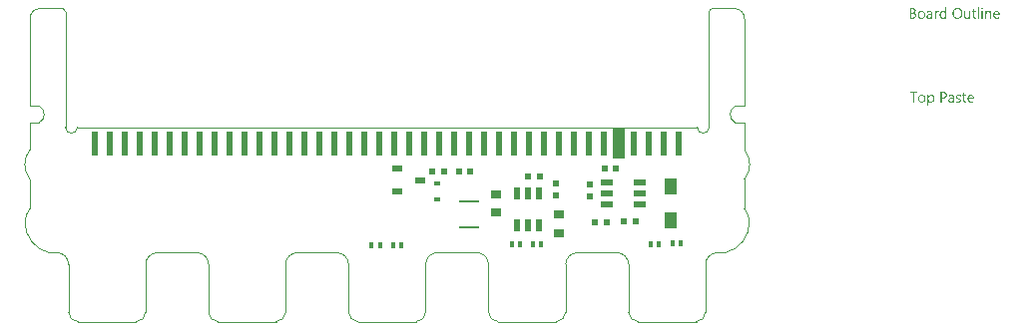
<source format=gtp>
G04*
G04 #@! TF.GenerationSoftware,Altium Limited,Altium Designer,21.9.2 (33)*
G04*
G04 Layer_Color=8421504*
%FSAX25Y25*%
%MOIN*%
G70*
G04*
G04 #@! TF.SameCoordinates,2EB92662-9E55-42C7-936B-B314CFDC8511*
G04*
G04*
G04 #@! TF.FilePolarity,Positive*
G04*
G01*
G75*
%ADD12C,0.00394*%
%ADD13R,0.04331X0.05315*%
%ADD14R,0.01280X0.02461*%
%ADD15R,0.02362X0.03937*%
%ADD16R,0.03937X0.02362*%
%ADD17R,0.01937X0.07843*%
%ADD18R,0.03937X0.09843*%
%ADD19R,0.01968X0.02165*%
%ADD20R,0.01968X0.02165*%
%ADD21R,0.03543X0.02362*%
%ADD22R,0.02362X0.01575*%
%ADD23R,0.02165X0.01968*%
%ADD24R,0.06661X0.01150*%
%ADD25R,0.03543X0.03150*%
G36*
X0073390Y0108274D02*
X0073414D01*
X0073470Y0108250D01*
X0073501Y0108231D01*
X0073532Y0108206D01*
X0073538Y0108200D01*
X0073545Y0108194D01*
X0073576Y0108157D01*
X0073600Y0108095D01*
X0073606Y0108058D01*
X0073613Y0108021D01*
Y0108015D01*
Y0108002D01*
X0073606Y0107984D01*
X0073600Y0107959D01*
X0073582Y0107897D01*
X0073557Y0107866D01*
X0073532Y0107835D01*
X0073526D01*
X0073520Y0107823D01*
X0073483Y0107798D01*
X0073427Y0107773D01*
X0073390Y0107767D01*
X0073353Y0107761D01*
X0073334D01*
X0073316Y0107767D01*
X0073291D01*
X0073229Y0107792D01*
X0073198Y0107804D01*
X0073167Y0107829D01*
Y0107835D01*
X0073154Y0107841D01*
X0073142Y0107860D01*
X0073130Y0107878D01*
X0073105Y0107940D01*
X0073099Y0107977D01*
X0073093Y0108021D01*
Y0108027D01*
Y0108039D01*
X0073099Y0108058D01*
X0073105Y0108089D01*
X0073124Y0108144D01*
X0073142Y0108176D01*
X0073167Y0108206D01*
X0073173Y0108213D01*
X0073179Y0108219D01*
X0073216Y0108244D01*
X0073278Y0108268D01*
X0073316Y0108281D01*
X0073371D01*
X0073390Y0108274D01*
D02*
G37*
G36*
X0061400Y0104610D02*
X0060997D01*
Y0105031D01*
X0060985D01*
Y0105025D01*
X0060973Y0105012D01*
X0060954Y0104988D01*
X0060935Y0104957D01*
X0060905Y0104920D01*
X0060867Y0104882D01*
X0060824Y0104839D01*
X0060774Y0104796D01*
X0060719Y0104746D01*
X0060651Y0104703D01*
X0060583Y0104666D01*
X0060502Y0104629D01*
X0060422Y0104598D01*
X0060329Y0104573D01*
X0060230Y0104560D01*
X0060125Y0104554D01*
X0060081D01*
X0060044Y0104560D01*
X0060007Y0104567D01*
X0059957Y0104573D01*
X0059852Y0104598D01*
X0059728Y0104635D01*
X0059605Y0104697D01*
X0059536Y0104734D01*
X0059481Y0104777D01*
X0059419Y0104833D01*
X0059363Y0104889D01*
Y0104895D01*
X0059351Y0104907D01*
X0059338Y0104926D01*
X0059320Y0104950D01*
X0059301Y0104981D01*
X0059277Y0105025D01*
X0059252Y0105074D01*
X0059227Y0105130D01*
X0059196Y0105192D01*
X0059171Y0105260D01*
X0059147Y0105334D01*
X0059128Y0105415D01*
X0059109Y0105501D01*
X0059097Y0105600D01*
X0059091Y0105700D01*
X0059085Y0105805D01*
Y0105811D01*
Y0105830D01*
Y0105867D01*
X0059091Y0105910D01*
X0059097Y0105959D01*
X0059103Y0106021D01*
X0059109Y0106089D01*
X0059122Y0106164D01*
X0059159Y0106325D01*
X0059215Y0106492D01*
X0059252Y0106572D01*
X0059295Y0106653D01*
X0059338Y0106727D01*
X0059394Y0106801D01*
X0059400Y0106807D01*
X0059407Y0106820D01*
X0059425Y0106838D01*
X0059450Y0106863D01*
X0059481Y0106888D01*
X0059524Y0106919D01*
X0059567Y0106956D01*
X0059617Y0106993D01*
X0059741Y0107061D01*
X0059883Y0107123D01*
X0059964Y0107142D01*
X0060050Y0107160D01*
X0060137Y0107173D01*
X0060236Y0107179D01*
X0060286D01*
X0060323Y0107173D01*
X0060360Y0107167D01*
X0060409Y0107160D01*
X0060521Y0107129D01*
X0060645Y0107080D01*
X0060706Y0107049D01*
X0060768Y0107006D01*
X0060830Y0106962D01*
X0060886Y0106906D01*
X0060935Y0106845D01*
X0060985Y0106770D01*
X0060997D01*
Y0108330D01*
X0061400D01*
Y0104610D01*
D02*
G37*
G36*
X0075668Y0107173D02*
X0075742Y0107167D01*
X0075835Y0107148D01*
X0075934Y0107117D01*
X0076039Y0107068D01*
X0076144Y0106999D01*
X0076188Y0106962D01*
X0076231Y0106913D01*
X0076243Y0106900D01*
X0076268Y0106863D01*
X0076299Y0106801D01*
X0076342Y0106715D01*
X0076380Y0106609D01*
X0076417Y0106479D01*
X0076441Y0106325D01*
X0076448Y0106145D01*
Y0104610D01*
X0076045D01*
Y0106040D01*
Y0106046D01*
Y0106077D01*
X0076039Y0106114D01*
Y0106164D01*
X0076027Y0106226D01*
X0076014Y0106294D01*
X0075996Y0106368D01*
X0075971Y0106442D01*
X0075940Y0106517D01*
X0075903Y0106585D01*
X0075853Y0106653D01*
X0075798Y0106715D01*
X0075736Y0106764D01*
X0075655Y0106801D01*
X0075569Y0106832D01*
X0075463Y0106838D01*
X0075451D01*
X0075414Y0106832D01*
X0075358Y0106826D01*
X0075290Y0106807D01*
X0075210Y0106783D01*
X0075123Y0106739D01*
X0075042Y0106684D01*
X0074962Y0106609D01*
X0074956Y0106597D01*
X0074931Y0106572D01*
X0074900Y0106523D01*
X0074863Y0106455D01*
X0074826Y0106374D01*
X0074795Y0106275D01*
X0074770Y0106164D01*
X0074764Y0106040D01*
Y0104610D01*
X0074362D01*
Y0107123D01*
X0074764D01*
Y0106702D01*
X0074776D01*
X0074783Y0106708D01*
X0074789Y0106721D01*
X0074807Y0106746D01*
X0074832Y0106776D01*
X0074857Y0106814D01*
X0074894Y0106851D01*
X0074937Y0106894D01*
X0074987Y0106944D01*
X0075042Y0106987D01*
X0075104Y0107030D01*
X0075173Y0107068D01*
X0075247Y0107105D01*
X0075321Y0107136D01*
X0075408Y0107160D01*
X0075501Y0107173D01*
X0075600Y0107179D01*
X0075637D01*
X0075668Y0107173D01*
D02*
G37*
G36*
X0058670Y0107160D02*
X0058744Y0107154D01*
X0058788Y0107142D01*
X0058819Y0107129D01*
Y0106715D01*
X0058812Y0106721D01*
X0058800Y0106727D01*
X0058775Y0106739D01*
X0058744Y0106758D01*
X0058701Y0106770D01*
X0058645Y0106783D01*
X0058583Y0106789D01*
X0058515Y0106795D01*
X0058503D01*
X0058472Y0106789D01*
X0058422Y0106783D01*
X0058367Y0106764D01*
X0058292Y0106733D01*
X0058224Y0106690D01*
X0058150Y0106628D01*
X0058082Y0106547D01*
X0058076Y0106535D01*
X0058057Y0106504D01*
X0058026Y0106448D01*
X0057995Y0106374D01*
X0057964Y0106281D01*
X0057933Y0106164D01*
X0057915Y0106034D01*
X0057909Y0105885D01*
Y0104610D01*
X0057506D01*
Y0107123D01*
X0057909D01*
Y0106603D01*
X0057921D01*
Y0106609D01*
X0057927Y0106616D01*
X0057939Y0106647D01*
X0057958Y0106696D01*
X0057989Y0106758D01*
X0058020Y0106820D01*
X0058069Y0106888D01*
X0058119Y0106956D01*
X0058181Y0107018D01*
X0058187Y0107024D01*
X0058212Y0107043D01*
X0058249Y0107068D01*
X0058298Y0107092D01*
X0058354Y0107117D01*
X0058422Y0107142D01*
X0058497Y0107160D01*
X0058577Y0107167D01*
X0058633D01*
X0058670Y0107160D01*
D02*
G37*
G36*
X0069410Y0104610D02*
X0069007D01*
Y0105006D01*
X0068995D01*
Y0105000D01*
X0068982Y0104988D01*
X0068970Y0104963D01*
X0068945Y0104938D01*
X0068890Y0104864D01*
X0068803Y0104783D01*
X0068753Y0104740D01*
X0068698Y0104697D01*
X0068636Y0104660D01*
X0068562Y0104622D01*
X0068487Y0104598D01*
X0068407Y0104573D01*
X0068314Y0104560D01*
X0068221Y0104554D01*
X0068184D01*
X0068141Y0104560D01*
X0068079Y0104573D01*
X0068011Y0104585D01*
X0067936Y0104610D01*
X0067856Y0104641D01*
X0067775Y0104691D01*
X0067689Y0104746D01*
X0067608Y0104814D01*
X0067534Y0104901D01*
X0067466Y0105006D01*
X0067404Y0105124D01*
X0067361Y0105266D01*
X0067336Y0105433D01*
X0067324Y0105520D01*
Y0105619D01*
Y0107123D01*
X0067720D01*
Y0105681D01*
Y0105675D01*
Y0105650D01*
X0067726Y0105607D01*
X0067732Y0105557D01*
X0067738Y0105495D01*
X0067751Y0105433D01*
X0067769Y0105359D01*
X0067794Y0105285D01*
X0067831Y0105210D01*
X0067868Y0105142D01*
X0067918Y0105074D01*
X0067980Y0105012D01*
X0068048Y0104963D01*
X0068128Y0104926D01*
X0068227Y0104895D01*
X0068332Y0104889D01*
X0068345D01*
X0068382Y0104895D01*
X0068438Y0104901D01*
X0068500Y0104913D01*
X0068580Y0104944D01*
X0068661Y0104981D01*
X0068741Y0105031D01*
X0068815Y0105105D01*
X0068822Y0105118D01*
X0068846Y0105142D01*
X0068877Y0105192D01*
X0068914Y0105260D01*
X0068945Y0105341D01*
X0068976Y0105439D01*
X0069001Y0105551D01*
X0069007Y0105675D01*
Y0107123D01*
X0069410D01*
Y0104610D01*
D02*
G37*
G36*
X0073545D02*
X0073142D01*
Y0107123D01*
X0073545D01*
Y0104610D01*
D02*
G37*
G36*
X0072325D02*
X0071923D01*
Y0108330D01*
X0072325D01*
Y0104610D01*
D02*
G37*
G36*
X0055946Y0107173D02*
X0056002Y0107167D01*
X0056070Y0107148D01*
X0056144Y0107129D01*
X0056225Y0107098D01*
X0056312Y0107061D01*
X0056392Y0107012D01*
X0056472Y0106950D01*
X0056547Y0106876D01*
X0056615Y0106783D01*
X0056671Y0106677D01*
X0056714Y0106554D01*
X0056739Y0106411D01*
X0056751Y0106244D01*
Y0104610D01*
X0056349D01*
Y0105000D01*
X0056336D01*
Y0104994D01*
X0056324Y0104981D01*
X0056312Y0104957D01*
X0056287Y0104932D01*
X0056225Y0104858D01*
X0056144Y0104777D01*
X0056033Y0104697D01*
X0055903Y0104622D01*
X0055822Y0104598D01*
X0055742Y0104573D01*
X0055655Y0104560D01*
X0055563Y0104554D01*
X0055525D01*
X0055501Y0104560D01*
X0055433Y0104567D01*
X0055352Y0104579D01*
X0055253Y0104604D01*
X0055160Y0104635D01*
X0055061Y0104684D01*
X0054975Y0104746D01*
X0054968Y0104759D01*
X0054944Y0104783D01*
X0054906Y0104827D01*
X0054869Y0104889D01*
X0054832Y0104963D01*
X0054795Y0105050D01*
X0054770Y0105155D01*
X0054764Y0105272D01*
Y0105279D01*
Y0105303D01*
X0054770Y0105341D01*
X0054776Y0105384D01*
X0054789Y0105439D01*
X0054807Y0105501D01*
X0054832Y0105570D01*
X0054869Y0105638D01*
X0054913Y0105712D01*
X0054968Y0105786D01*
X0055036Y0105854D01*
X0055117Y0105916D01*
X0055210Y0105978D01*
X0055321Y0106027D01*
X0055445Y0106065D01*
X0055594Y0106096D01*
X0056349Y0106201D01*
Y0106207D01*
Y0106226D01*
X0056343Y0106263D01*
Y0106300D01*
X0056330Y0106349D01*
X0056324Y0106405D01*
X0056287Y0106523D01*
X0056256Y0106579D01*
X0056225Y0106634D01*
X0056182Y0106690D01*
X0056132Y0106739D01*
X0056070Y0106783D01*
X0056002Y0106814D01*
X0055922Y0106832D01*
X0055829Y0106838D01*
X0055785D01*
X0055754Y0106832D01*
X0055711D01*
X0055668Y0106820D01*
X0055556Y0106801D01*
X0055433Y0106764D01*
X0055296Y0106708D01*
X0055222Y0106671D01*
X0055154Y0106634D01*
X0055080Y0106585D01*
X0055012Y0106529D01*
Y0106944D01*
X0055018D01*
X0055030Y0106956D01*
X0055049Y0106968D01*
X0055080Y0106981D01*
X0055111Y0106999D01*
X0055154Y0107018D01*
X0055203Y0107036D01*
X0055259Y0107061D01*
X0055383Y0107105D01*
X0055532Y0107142D01*
X0055693Y0107167D01*
X0055866Y0107179D01*
X0055903D01*
X0055946Y0107173D01*
D02*
G37*
G36*
X0050258Y0108120D02*
X0050301D01*
X0050344Y0108114D01*
X0050443Y0108101D01*
X0050561Y0108070D01*
X0050685Y0108033D01*
X0050802Y0107977D01*
X0050908Y0107903D01*
X0050914D01*
X0050920Y0107891D01*
X0050951Y0107866D01*
X0050994Y0107817D01*
X0051044Y0107748D01*
X0051087Y0107662D01*
X0051130Y0107563D01*
X0051161Y0107451D01*
X0051174Y0107389D01*
Y0107321D01*
Y0107315D01*
Y0107309D01*
Y0107272D01*
X0051168Y0107216D01*
X0051155Y0107148D01*
X0051137Y0107061D01*
X0051106Y0106975D01*
X0051069Y0106888D01*
X0051013Y0106801D01*
X0051007Y0106789D01*
X0050982Y0106764D01*
X0050945Y0106727D01*
X0050895Y0106677D01*
X0050833Y0106628D01*
X0050759Y0106572D01*
X0050666Y0106529D01*
X0050567Y0106486D01*
Y0106479D01*
X0050586D01*
X0050604Y0106473D01*
X0050623Y0106467D01*
X0050691Y0106455D01*
X0050771Y0106430D01*
X0050858Y0106393D01*
X0050951Y0106349D01*
X0051044Y0106288D01*
X0051130Y0106207D01*
X0051143Y0106195D01*
X0051168Y0106164D01*
X0051199Y0106120D01*
X0051242Y0106052D01*
X0051279Y0105966D01*
X0051316Y0105867D01*
X0051341Y0105749D01*
X0051347Y0105619D01*
Y0105613D01*
Y0105600D01*
Y0105576D01*
X0051341Y0105545D01*
X0051335Y0105508D01*
X0051329Y0105464D01*
X0051304Y0105359D01*
X0051267Y0105241D01*
X0051211Y0105118D01*
X0051174Y0105062D01*
X0051130Y0105000D01*
X0051075Y0104944D01*
X0051019Y0104889D01*
X0051013D01*
X0051007Y0104876D01*
X0050988Y0104864D01*
X0050963Y0104845D01*
X0050932Y0104827D01*
X0050889Y0104802D01*
X0050796Y0104752D01*
X0050679Y0104697D01*
X0050542Y0104653D01*
X0050381Y0104622D01*
X0050301Y0104616D01*
X0050208Y0104610D01*
X0049181D01*
Y0108126D01*
X0050227D01*
X0050258Y0108120D01*
D02*
G37*
G36*
X0070753Y0107123D02*
X0071390D01*
Y0106776D01*
X0070753D01*
Y0105359D01*
Y0105347D01*
Y0105316D01*
X0070759Y0105272D01*
X0070765Y0105217D01*
X0070790Y0105099D01*
X0070809Y0105043D01*
X0070840Y0105000D01*
X0070846Y0104994D01*
X0070858Y0104981D01*
X0070877Y0104969D01*
X0070908Y0104950D01*
X0070945Y0104926D01*
X0070994Y0104913D01*
X0071056Y0104901D01*
X0071124Y0104895D01*
X0071149D01*
X0071180Y0104901D01*
X0071217Y0104907D01*
X0071304Y0104932D01*
X0071347Y0104950D01*
X0071390Y0104975D01*
Y0104629D01*
X0071384D01*
X0071366Y0104616D01*
X0071335Y0104610D01*
X0071291Y0104598D01*
X0071236Y0104585D01*
X0071174Y0104573D01*
X0071100Y0104567D01*
X0071013Y0104560D01*
X0070982D01*
X0070951Y0104567D01*
X0070908Y0104573D01*
X0070858Y0104585D01*
X0070802Y0104598D01*
X0070747Y0104622D01*
X0070685Y0104653D01*
X0070623Y0104691D01*
X0070561Y0104740D01*
X0070505Y0104796D01*
X0070456Y0104870D01*
X0070412Y0104950D01*
X0070381Y0105050D01*
X0070357Y0105161D01*
X0070350Y0105291D01*
Y0106776D01*
X0069923D01*
Y0107123D01*
X0070350D01*
Y0107736D01*
X0070753Y0107866D01*
Y0107123D01*
D02*
G37*
G36*
X0078280Y0107173D02*
X0078323Y0107167D01*
X0078367Y0107160D01*
X0078478Y0107142D01*
X0078602Y0107098D01*
X0078725Y0107043D01*
X0078787Y0107006D01*
X0078849Y0106962D01*
X0078905Y0106913D01*
X0078961Y0106857D01*
X0078967Y0106851D01*
X0078973Y0106845D01*
X0078986Y0106826D01*
X0079004Y0106801D01*
X0079023Y0106764D01*
X0079047Y0106727D01*
X0079072Y0106684D01*
X0079097Y0106628D01*
X0079122Y0106566D01*
X0079146Y0106504D01*
X0079171Y0106430D01*
X0079190Y0106349D01*
X0079208Y0106263D01*
X0079221Y0106176D01*
X0079233Y0106077D01*
Y0105972D01*
Y0105761D01*
X0077457D01*
Y0105755D01*
Y0105743D01*
Y0105724D01*
X0077463Y0105693D01*
X0077469Y0105656D01*
Y0105619D01*
X0077487Y0105520D01*
X0077518Y0105421D01*
X0077556Y0105309D01*
X0077611Y0105204D01*
X0077679Y0105111D01*
X0077692Y0105099D01*
X0077717Y0105074D01*
X0077766Y0105043D01*
X0077834Y0105000D01*
X0077921Y0104957D01*
X0078020Y0104926D01*
X0078137Y0104901D01*
X0078274Y0104889D01*
X0078317D01*
X0078348Y0104895D01*
X0078385D01*
X0078428Y0104901D01*
X0078534Y0104926D01*
X0078651Y0104957D01*
X0078781Y0105006D01*
X0078917Y0105074D01*
X0078986Y0105118D01*
X0079054Y0105167D01*
Y0104790D01*
X0079047D01*
X0079041Y0104777D01*
X0079023Y0104771D01*
X0078992Y0104752D01*
X0078961Y0104734D01*
X0078924Y0104715D01*
X0078874Y0104697D01*
X0078825Y0104672D01*
X0078763Y0104647D01*
X0078695Y0104629D01*
X0078546Y0104592D01*
X0078373Y0104567D01*
X0078181Y0104554D01*
X0078131D01*
X0078094Y0104560D01*
X0078051Y0104567D01*
X0077995Y0104573D01*
X0077877Y0104598D01*
X0077741Y0104635D01*
X0077605Y0104697D01*
X0077537Y0104740D01*
X0077469Y0104783D01*
X0077407Y0104833D01*
X0077345Y0104895D01*
X0077339Y0104901D01*
X0077333Y0104913D01*
X0077320Y0104932D01*
X0077296Y0104957D01*
X0077277Y0104994D01*
X0077252Y0105037D01*
X0077221Y0105087D01*
X0077197Y0105142D01*
X0077166Y0105204D01*
X0077141Y0105279D01*
X0077110Y0105359D01*
X0077091Y0105446D01*
X0077073Y0105538D01*
X0077054Y0105638D01*
X0077048Y0105743D01*
X0077042Y0105854D01*
Y0105860D01*
Y0105879D01*
Y0105910D01*
X0077048Y0105953D01*
X0077054Y0106003D01*
X0077060Y0106059D01*
X0077067Y0106127D01*
X0077085Y0106195D01*
X0077122Y0106343D01*
X0077178Y0106504D01*
X0077215Y0106585D01*
X0077265Y0106659D01*
X0077314Y0106739D01*
X0077370Y0106807D01*
X0077376Y0106814D01*
X0077389Y0106826D01*
X0077407Y0106845D01*
X0077432Y0106863D01*
X0077463Y0106894D01*
X0077500Y0106925D01*
X0077549Y0106956D01*
X0077599Y0106993D01*
X0077717Y0107061D01*
X0077859Y0107123D01*
X0077939Y0107142D01*
X0078020Y0107160D01*
X0078106Y0107173D01*
X0078199Y0107179D01*
X0078249D01*
X0078280Y0107173D01*
D02*
G37*
G36*
X0065237Y0108182D02*
X0065299Y0108176D01*
X0065374Y0108163D01*
X0065454Y0108144D01*
X0065541Y0108126D01*
X0065627Y0108101D01*
X0065727Y0108070D01*
X0065819Y0108027D01*
X0065918Y0107977D01*
X0066018Y0107922D01*
X0066110Y0107854D01*
X0066203Y0107779D01*
X0066290Y0107693D01*
X0066296Y0107686D01*
X0066308Y0107668D01*
X0066333Y0107643D01*
X0066358Y0107606D01*
X0066395Y0107556D01*
X0066432Y0107495D01*
X0066469Y0107427D01*
X0066513Y0107352D01*
X0066556Y0107259D01*
X0066593Y0107167D01*
X0066630Y0107061D01*
X0066667Y0106944D01*
X0066692Y0106826D01*
X0066717Y0106696D01*
X0066729Y0106554D01*
X0066736Y0106411D01*
Y0106399D01*
Y0106374D01*
Y0106331D01*
X0066729Y0106269D01*
X0066723Y0106195D01*
X0066711Y0106114D01*
X0066698Y0106021D01*
X0066680Y0105916D01*
X0066655Y0105811D01*
X0066624Y0105700D01*
X0066587Y0105588D01*
X0066544Y0105477D01*
X0066488Y0105359D01*
X0066426Y0105254D01*
X0066358Y0105149D01*
X0066277Y0105050D01*
X0066271Y0105043D01*
X0066259Y0105031D01*
X0066228Y0105006D01*
X0066197Y0104975D01*
X0066148Y0104932D01*
X0066092Y0104895D01*
X0066030Y0104845D01*
X0065956Y0104802D01*
X0065875Y0104759D01*
X0065782Y0104709D01*
X0065683Y0104672D01*
X0065572Y0104635D01*
X0065454Y0104598D01*
X0065330Y0104573D01*
X0065200Y0104560D01*
X0065058Y0104554D01*
X0065027D01*
X0064984Y0104560D01*
X0064934D01*
X0064872Y0104567D01*
X0064798Y0104579D01*
X0064718Y0104598D01*
X0064625Y0104616D01*
X0064532Y0104641D01*
X0064433Y0104672D01*
X0064334Y0104715D01*
X0064235Y0104759D01*
X0064136Y0104814D01*
X0064037Y0104882D01*
X0063944Y0104957D01*
X0063857Y0105043D01*
X0063851Y0105050D01*
X0063839Y0105068D01*
X0063814Y0105093D01*
X0063789Y0105130D01*
X0063752Y0105180D01*
X0063715Y0105241D01*
X0063678Y0105309D01*
X0063634Y0105390D01*
X0063591Y0105477D01*
X0063554Y0105570D01*
X0063517Y0105675D01*
X0063480Y0105792D01*
X0063455Y0105910D01*
X0063430Y0106040D01*
X0063418Y0106182D01*
X0063411Y0106325D01*
Y0106337D01*
Y0106362D01*
X0063418Y0106405D01*
Y0106467D01*
X0063424Y0106535D01*
X0063436Y0106622D01*
X0063449Y0106715D01*
X0063467Y0106814D01*
X0063492Y0106919D01*
X0063523Y0107030D01*
X0063560Y0107142D01*
X0063603Y0107253D01*
X0063659Y0107365D01*
X0063721Y0107476D01*
X0063789Y0107581D01*
X0063870Y0107680D01*
X0063876Y0107686D01*
X0063888Y0107705D01*
X0063919Y0107730D01*
X0063956Y0107761D01*
X0063999Y0107798D01*
X0064055Y0107841D01*
X0064123Y0107885D01*
X0064198Y0107934D01*
X0064284Y0107984D01*
X0064377Y0108027D01*
X0064476Y0108070D01*
X0064588Y0108107D01*
X0064711Y0108138D01*
X0064841Y0108169D01*
X0064978Y0108182D01*
X0065120Y0108188D01*
X0065188D01*
X0065237Y0108182D01*
D02*
G37*
G36*
X0053210Y0107173D02*
X0053254Y0107167D01*
X0053309Y0107160D01*
X0053433Y0107136D01*
X0053576Y0107092D01*
X0053718Y0107030D01*
X0053792Y0106993D01*
X0053860Y0106950D01*
X0053928Y0106894D01*
X0053990Y0106832D01*
X0053996Y0106826D01*
X0054003Y0106814D01*
X0054021Y0106795D01*
X0054040Y0106770D01*
X0054065Y0106733D01*
X0054089Y0106690D01*
X0054120Y0106640D01*
X0054151Y0106585D01*
X0054176Y0106517D01*
X0054207Y0106448D01*
X0054232Y0106368D01*
X0054256Y0106281D01*
X0054275Y0106188D01*
X0054294Y0106089D01*
X0054300Y0105984D01*
X0054306Y0105873D01*
Y0105867D01*
Y0105848D01*
Y0105817D01*
X0054300Y0105774D01*
X0054294Y0105724D01*
X0054287Y0105662D01*
X0054275Y0105600D01*
X0054263Y0105526D01*
X0054225Y0105378D01*
X0054164Y0105217D01*
X0054127Y0105136D01*
X0054077Y0105056D01*
X0054027Y0104981D01*
X0053966Y0104913D01*
X0053959Y0104907D01*
X0053947Y0104901D01*
X0053928Y0104882D01*
X0053904Y0104858D01*
X0053866Y0104833D01*
X0053829Y0104802D01*
X0053780Y0104765D01*
X0053724Y0104734D01*
X0053662Y0104703D01*
X0053594Y0104666D01*
X0053520Y0104635D01*
X0053439Y0104610D01*
X0053353Y0104585D01*
X0053260Y0104573D01*
X0053161Y0104560D01*
X0053056Y0104554D01*
X0053000D01*
X0052963Y0104560D01*
X0052919Y0104567D01*
X0052864Y0104573D01*
X0052802Y0104585D01*
X0052734Y0104598D01*
X0052591Y0104641D01*
X0052443Y0104703D01*
X0052368Y0104740D01*
X0052300Y0104790D01*
X0052232Y0104839D01*
X0052164Y0104901D01*
X0052158Y0104907D01*
X0052152Y0104920D01*
X0052133Y0104938D01*
X0052115Y0104963D01*
X0052090Y0105000D01*
X0052059Y0105043D01*
X0052028Y0105093D01*
X0052003Y0105149D01*
X0051972Y0105217D01*
X0051941Y0105285D01*
X0051911Y0105359D01*
X0051886Y0105446D01*
X0051849Y0105631D01*
X0051842Y0105730D01*
X0051836Y0105836D01*
Y0105842D01*
Y0105867D01*
Y0105898D01*
X0051842Y0105941D01*
X0051849Y0105990D01*
X0051855Y0106052D01*
X0051867Y0106120D01*
X0051880Y0106195D01*
X0051917Y0106356D01*
X0051978Y0106517D01*
X0052022Y0106597D01*
X0052065Y0106677D01*
X0052115Y0106752D01*
X0052177Y0106820D01*
X0052183Y0106826D01*
X0052195Y0106838D01*
X0052214Y0106851D01*
X0052239Y0106876D01*
X0052276Y0106900D01*
X0052319Y0106931D01*
X0052368Y0106968D01*
X0052424Y0106999D01*
X0052486Y0107030D01*
X0052560Y0107068D01*
X0052635Y0107098D01*
X0052721Y0107123D01*
X0052808Y0107148D01*
X0052907Y0107167D01*
X0053012Y0107173D01*
X0053118Y0107179D01*
X0053173D01*
X0053210Y0107173D01*
D02*
G37*
G36*
X0056423Y0079135D02*
X0056466Y0079128D01*
X0056510Y0079122D01*
X0056621Y0079097D01*
X0056745Y0079060D01*
X0056869Y0078998D01*
X0056931Y0078961D01*
X0056992Y0078912D01*
X0057048Y0078862D01*
X0057104Y0078800D01*
X0057110Y0078794D01*
X0057116Y0078788D01*
X0057129Y0078763D01*
X0057147Y0078738D01*
X0057166Y0078707D01*
X0057191Y0078664D01*
X0057215Y0078614D01*
X0057240Y0078565D01*
X0057265Y0078503D01*
X0057290Y0078435D01*
X0057314Y0078361D01*
X0057333Y0078280D01*
X0057364Y0078101D01*
X0057376Y0078002D01*
Y0077896D01*
Y0077890D01*
Y0077872D01*
Y0077835D01*
X0057370Y0077791D01*
Y0077742D01*
X0057358Y0077680D01*
X0057351Y0077612D01*
X0057339Y0077538D01*
X0057302Y0077377D01*
X0057246Y0077209D01*
X0057209Y0077129D01*
X0057172Y0077048D01*
X0057122Y0076968D01*
X0057067Y0076894D01*
X0057060Y0076888D01*
X0057054Y0076875D01*
X0057036Y0076857D01*
X0057011Y0076838D01*
X0056980Y0076807D01*
X0056943Y0076776D01*
X0056900Y0076739D01*
X0056850Y0076708D01*
X0056794Y0076671D01*
X0056732Y0076634D01*
X0056584Y0076578D01*
X0056503Y0076553D01*
X0056423Y0076535D01*
X0056330Y0076522D01*
X0056231Y0076516D01*
X0056182D01*
X0056151Y0076522D01*
X0056107Y0076529D01*
X0056064Y0076541D01*
X0055953Y0076566D01*
X0055835Y0076615D01*
X0055767Y0076652D01*
X0055705Y0076689D01*
X0055643Y0076739D01*
X0055587Y0076795D01*
X0055525Y0076857D01*
X0055476Y0076931D01*
X0055463D01*
Y0075420D01*
X0055061D01*
Y0079085D01*
X0055463D01*
Y0078639D01*
X0055476D01*
X0055482Y0078645D01*
X0055488Y0078664D01*
X0055507Y0078689D01*
X0055532Y0078720D01*
X0055563Y0078757D01*
X0055600Y0078800D01*
X0055643Y0078843D01*
X0055699Y0078893D01*
X0055754Y0078936D01*
X0055816Y0078980D01*
X0055891Y0079023D01*
X0055965Y0079060D01*
X0056052Y0079097D01*
X0056144Y0079122D01*
X0056237Y0079135D01*
X0056343Y0079141D01*
X0056392D01*
X0056423Y0079135D01*
D02*
G37*
G36*
X0065696D02*
X0065776Y0079128D01*
X0065863Y0079116D01*
X0065962Y0079091D01*
X0066061Y0079066D01*
X0066160Y0079029D01*
Y0078621D01*
X0066148Y0078627D01*
X0066110Y0078652D01*
X0066055Y0078676D01*
X0065980Y0078714D01*
X0065887Y0078745D01*
X0065776Y0078776D01*
X0065652Y0078794D01*
X0065522Y0078800D01*
X0065454D01*
X0065392Y0078788D01*
X0065318Y0078776D01*
X0065312D01*
X0065306Y0078769D01*
X0065268Y0078757D01*
X0065219Y0078732D01*
X0065163Y0078701D01*
X0065151Y0078695D01*
X0065126Y0078670D01*
X0065095Y0078633D01*
X0065064Y0078590D01*
X0065058Y0078577D01*
X0065046Y0078546D01*
X0065033Y0078503D01*
X0065027Y0078447D01*
Y0078441D01*
Y0078429D01*
Y0078410D01*
X0065033Y0078392D01*
X0065046Y0078336D01*
X0065064Y0078280D01*
X0065070Y0078268D01*
X0065089Y0078243D01*
X0065126Y0078206D01*
X0065169Y0078163D01*
X0065176D01*
X0065182Y0078156D01*
X0065219Y0078132D01*
X0065268Y0078101D01*
X0065337Y0078070D01*
X0065343D01*
X0065355Y0078064D01*
X0065374Y0078057D01*
X0065405Y0078045D01*
X0065473Y0078020D01*
X0065559Y0077983D01*
X0065566D01*
X0065590Y0077971D01*
X0065621Y0077958D01*
X0065658Y0077946D01*
X0065758Y0077903D01*
X0065856Y0077853D01*
X0065863D01*
X0065881Y0077841D01*
X0065906Y0077828D01*
X0065937Y0077810D01*
X0066011Y0077760D01*
X0066086Y0077698D01*
X0066092Y0077692D01*
X0066104Y0077686D01*
X0066116Y0077667D01*
X0066141Y0077643D01*
X0066185Y0077581D01*
X0066228Y0077500D01*
Y0077494D01*
X0066234Y0077482D01*
X0066246Y0077457D01*
X0066253Y0077426D01*
X0066265Y0077389D01*
X0066271Y0077346D01*
X0066277Y0077240D01*
Y0077234D01*
Y0077209D01*
X0066271Y0077172D01*
X0066265Y0077129D01*
X0066259Y0077079D01*
X0066240Y0077024D01*
X0066222Y0076974D01*
X0066191Y0076918D01*
X0066185Y0076912D01*
X0066178Y0076894D01*
X0066160Y0076869D01*
X0066135Y0076838D01*
X0066104Y0076801D01*
X0066067Y0076764D01*
X0065974Y0076689D01*
X0065968Y0076683D01*
X0065949Y0076677D01*
X0065925Y0076658D01*
X0065881Y0076640D01*
X0065838Y0076615D01*
X0065782Y0076597D01*
X0065727Y0076578D01*
X0065658Y0076559D01*
X0065652D01*
X0065627Y0076553D01*
X0065590Y0076547D01*
X0065547Y0076541D01*
X0065485Y0076529D01*
X0065423Y0076522D01*
X0065281Y0076516D01*
X0065219D01*
X0065145Y0076522D01*
X0065052Y0076535D01*
X0064947Y0076553D01*
X0064835Y0076578D01*
X0064724Y0076609D01*
X0064612Y0076658D01*
Y0077092D01*
X0064618D01*
X0064625Y0077079D01*
X0064643Y0077067D01*
X0064668Y0077055D01*
X0064736Y0077017D01*
X0064829Y0076974D01*
X0064934Y0076925D01*
X0065058Y0076888D01*
X0065194Y0076863D01*
X0065337Y0076850D01*
X0065386D01*
X0065417Y0076857D01*
X0065504Y0076869D01*
X0065603Y0076894D01*
X0065696Y0076937D01*
X0065739Y0076968D01*
X0065782Y0076999D01*
X0065813Y0077042D01*
X0065838Y0077086D01*
X0065856Y0077141D01*
X0065863Y0077203D01*
Y0077209D01*
Y0077222D01*
Y0077240D01*
X0065856Y0077259D01*
X0065844Y0077315D01*
X0065819Y0077370D01*
Y0077377D01*
X0065813Y0077383D01*
X0065788Y0077414D01*
X0065751Y0077457D01*
X0065696Y0077494D01*
X0065689D01*
X0065683Y0077507D01*
X0065646Y0077525D01*
X0065590Y0077562D01*
X0065516Y0077593D01*
X0065510D01*
X0065497Y0077599D01*
X0065479Y0077612D01*
X0065448Y0077624D01*
X0065380Y0077649D01*
X0065293Y0077686D01*
X0065287D01*
X0065262Y0077698D01*
X0065231Y0077711D01*
X0065194Y0077723D01*
X0065095Y0077767D01*
X0064996Y0077816D01*
X0064990Y0077822D01*
X0064978Y0077828D01*
X0064953Y0077841D01*
X0064922Y0077859D01*
X0064854Y0077909D01*
X0064786Y0077965D01*
X0064780Y0077971D01*
X0064773Y0077977D01*
X0064755Y0077996D01*
X0064736Y0078020D01*
X0064693Y0078082D01*
X0064656Y0078156D01*
Y0078163D01*
X0064649Y0078175D01*
X0064643Y0078200D01*
X0064637Y0078231D01*
X0064631Y0078268D01*
X0064625Y0078311D01*
X0064618Y0078416D01*
Y0078423D01*
Y0078447D01*
X0064625Y0078478D01*
X0064631Y0078522D01*
X0064637Y0078571D01*
X0064656Y0078621D01*
X0064674Y0078676D01*
X0064699Y0078726D01*
X0064705Y0078732D01*
X0064711Y0078751D01*
X0064730Y0078776D01*
X0064755Y0078806D01*
X0064823Y0078881D01*
X0064909Y0078955D01*
X0064916Y0078961D01*
X0064934Y0078967D01*
X0064959Y0078986D01*
X0065002Y0079005D01*
X0065046Y0079029D01*
X0065095Y0079054D01*
X0065219Y0079091D01*
X0065225D01*
X0065250Y0079097D01*
X0065281Y0079110D01*
X0065330Y0079116D01*
X0065380Y0079128D01*
X0065442Y0079135D01*
X0065578Y0079141D01*
X0065634D01*
X0065696Y0079135D01*
D02*
G37*
G36*
X0063201D02*
X0063257Y0079128D01*
X0063325Y0079110D01*
X0063399Y0079091D01*
X0063480Y0079060D01*
X0063566Y0079023D01*
X0063647Y0078974D01*
X0063727Y0078912D01*
X0063801Y0078837D01*
X0063870Y0078745D01*
X0063925Y0078639D01*
X0063969Y0078515D01*
X0063993Y0078373D01*
X0064006Y0078206D01*
Y0076572D01*
X0063603D01*
Y0076962D01*
X0063591D01*
Y0076956D01*
X0063579Y0076943D01*
X0063566Y0076918D01*
X0063542Y0076894D01*
X0063480Y0076819D01*
X0063399Y0076739D01*
X0063288Y0076658D01*
X0063158Y0076584D01*
X0063077Y0076559D01*
X0062997Y0076535D01*
X0062910Y0076522D01*
X0062817Y0076516D01*
X0062780D01*
X0062755Y0076522D01*
X0062687Y0076529D01*
X0062607Y0076541D01*
X0062508Y0076566D01*
X0062415Y0076597D01*
X0062316Y0076646D01*
X0062229Y0076708D01*
X0062223Y0076720D01*
X0062198Y0076745D01*
X0062161Y0076789D01*
X0062124Y0076850D01*
X0062087Y0076925D01*
X0062050Y0077011D01*
X0062025Y0077117D01*
X0062019Y0077234D01*
Y0077240D01*
Y0077265D01*
X0062025Y0077302D01*
X0062031Y0077346D01*
X0062043Y0077401D01*
X0062062Y0077463D01*
X0062087Y0077531D01*
X0062124Y0077599D01*
X0062167Y0077674D01*
X0062223Y0077748D01*
X0062291Y0077816D01*
X0062372Y0077878D01*
X0062464Y0077940D01*
X0062576Y0077989D01*
X0062700Y0078026D01*
X0062848Y0078057D01*
X0063603Y0078163D01*
Y0078169D01*
Y0078187D01*
X0063597Y0078224D01*
Y0078262D01*
X0063585Y0078311D01*
X0063579Y0078367D01*
X0063542Y0078484D01*
X0063511Y0078540D01*
X0063480Y0078596D01*
X0063436Y0078652D01*
X0063387Y0078701D01*
X0063325Y0078745D01*
X0063257Y0078776D01*
X0063176Y0078794D01*
X0063083Y0078800D01*
X0063040D01*
X0063009Y0078794D01*
X0062966D01*
X0062923Y0078782D01*
X0062811Y0078763D01*
X0062687Y0078726D01*
X0062551Y0078670D01*
X0062477Y0078633D01*
X0062409Y0078596D01*
X0062334Y0078546D01*
X0062266Y0078491D01*
Y0078905D01*
X0062273D01*
X0062285Y0078918D01*
X0062304Y0078930D01*
X0062334Y0078943D01*
X0062365Y0078961D01*
X0062409Y0078980D01*
X0062458Y0078998D01*
X0062514Y0079023D01*
X0062638Y0079066D01*
X0062786Y0079103D01*
X0062947Y0079128D01*
X0063121Y0079141D01*
X0063158D01*
X0063201Y0079135D01*
D02*
G37*
G36*
X0060502Y0080081D02*
X0060552D01*
X0060601Y0080075D01*
X0060731Y0080051D01*
X0060867Y0080020D01*
X0061016Y0079970D01*
X0061158Y0079902D01*
X0061220Y0079859D01*
X0061282Y0079809D01*
X0061288D01*
X0061295Y0079797D01*
X0061313Y0079778D01*
X0061332Y0079760D01*
X0061381Y0079698D01*
X0061443Y0079611D01*
X0061499Y0079500D01*
X0061548Y0079370D01*
X0061585Y0079215D01*
X0061592Y0079128D01*
X0061598Y0079035D01*
Y0079029D01*
Y0079011D01*
Y0078986D01*
X0061592Y0078955D01*
X0061585Y0078912D01*
X0061579Y0078862D01*
X0061554Y0078745D01*
X0061511Y0078614D01*
X0061449Y0078478D01*
X0061412Y0078410D01*
X0061369Y0078342D01*
X0061313Y0078274D01*
X0061251Y0078212D01*
X0061245Y0078206D01*
X0061233Y0078200D01*
X0061214Y0078181D01*
X0061189Y0078163D01*
X0061152Y0078138D01*
X0061109Y0078113D01*
X0061059Y0078082D01*
X0061004Y0078057D01*
X0060942Y0078026D01*
X0060874Y0077996D01*
X0060793Y0077971D01*
X0060713Y0077946D01*
X0060527Y0077909D01*
X0060428Y0077903D01*
X0060323Y0077896D01*
X0059858D01*
Y0076572D01*
X0059444D01*
Y0080088D01*
X0060465D01*
X0060502Y0080081D01*
D02*
G37*
G36*
X0051619Y0079716D02*
X0050604D01*
Y0076572D01*
X0050196D01*
Y0079716D01*
X0049181D01*
Y0080088D01*
X0051619D01*
Y0079716D01*
D02*
G37*
G36*
X0067429Y0079085D02*
X0068066D01*
Y0078738D01*
X0067429D01*
Y0077321D01*
Y0077308D01*
Y0077277D01*
X0067435Y0077234D01*
X0067441Y0077178D01*
X0067466Y0077061D01*
X0067484Y0077005D01*
X0067515Y0076962D01*
X0067522Y0076956D01*
X0067534Y0076943D01*
X0067553Y0076931D01*
X0067584Y0076912D01*
X0067621Y0076888D01*
X0067670Y0076875D01*
X0067732Y0076863D01*
X0067800Y0076857D01*
X0067825D01*
X0067856Y0076863D01*
X0067893Y0076869D01*
X0067980Y0076894D01*
X0068023Y0076912D01*
X0068066Y0076937D01*
Y0076590D01*
X0068060D01*
X0068042Y0076578D01*
X0068011Y0076572D01*
X0067967Y0076559D01*
X0067912Y0076547D01*
X0067850Y0076535D01*
X0067775Y0076529D01*
X0067689Y0076522D01*
X0067658D01*
X0067627Y0076529D01*
X0067584Y0076535D01*
X0067534Y0076547D01*
X0067478Y0076559D01*
X0067423Y0076584D01*
X0067361Y0076615D01*
X0067299Y0076652D01*
X0067237Y0076702D01*
X0067181Y0076758D01*
X0067132Y0076832D01*
X0067088Y0076912D01*
X0067057Y0077011D01*
X0067033Y0077123D01*
X0067026Y0077253D01*
Y0078738D01*
X0066599D01*
Y0079085D01*
X0067026D01*
Y0079698D01*
X0067429Y0079828D01*
Y0079085D01*
D02*
G37*
G36*
X0069670Y0079135D02*
X0069713Y0079128D01*
X0069756Y0079122D01*
X0069868Y0079103D01*
X0069991Y0079060D01*
X0070115Y0079005D01*
X0070177Y0078967D01*
X0070239Y0078924D01*
X0070295Y0078874D01*
X0070350Y0078819D01*
X0070357Y0078813D01*
X0070363Y0078806D01*
X0070375Y0078788D01*
X0070394Y0078763D01*
X0070412Y0078726D01*
X0070437Y0078689D01*
X0070462Y0078645D01*
X0070487Y0078590D01*
X0070511Y0078528D01*
X0070536Y0078466D01*
X0070561Y0078392D01*
X0070579Y0078311D01*
X0070598Y0078224D01*
X0070610Y0078138D01*
X0070623Y0078039D01*
Y0077934D01*
Y0077723D01*
X0068846D01*
Y0077717D01*
Y0077705D01*
Y0077686D01*
X0068853Y0077655D01*
X0068859Y0077618D01*
Y0077581D01*
X0068877Y0077482D01*
X0068908Y0077383D01*
X0068945Y0077271D01*
X0069001Y0077166D01*
X0069069Y0077073D01*
X0069081Y0077061D01*
X0069106Y0077036D01*
X0069156Y0077005D01*
X0069224Y0076962D01*
X0069311Y0076918D01*
X0069410Y0076888D01*
X0069527Y0076863D01*
X0069663Y0076850D01*
X0069707D01*
X0069738Y0076857D01*
X0069775D01*
X0069818Y0076863D01*
X0069923Y0076888D01*
X0070041Y0076918D01*
X0070171Y0076968D01*
X0070307Y0077036D01*
X0070375Y0077079D01*
X0070443Y0077129D01*
Y0076751D01*
X0070437D01*
X0070431Y0076739D01*
X0070412Y0076733D01*
X0070381Y0076714D01*
X0070350Y0076696D01*
X0070313Y0076677D01*
X0070264Y0076658D01*
X0070214Y0076634D01*
X0070152Y0076609D01*
X0070084Y0076590D01*
X0069936Y0076553D01*
X0069762Y0076529D01*
X0069570Y0076516D01*
X0069521D01*
X0069484Y0076522D01*
X0069441Y0076529D01*
X0069385Y0076535D01*
X0069267Y0076559D01*
X0069131Y0076597D01*
X0068995Y0076658D01*
X0068927Y0076702D01*
X0068859Y0076745D01*
X0068797Y0076795D01*
X0068735Y0076857D01*
X0068729Y0076863D01*
X0068722Y0076875D01*
X0068710Y0076894D01*
X0068685Y0076918D01*
X0068667Y0076956D01*
X0068642Y0076999D01*
X0068611Y0077048D01*
X0068586Y0077104D01*
X0068555Y0077166D01*
X0068531Y0077240D01*
X0068500Y0077321D01*
X0068481Y0077407D01*
X0068463Y0077500D01*
X0068444Y0077599D01*
X0068438Y0077705D01*
X0068432Y0077816D01*
Y0077822D01*
Y0077841D01*
Y0077872D01*
X0068438Y0077915D01*
X0068444Y0077965D01*
X0068450Y0078020D01*
X0068456Y0078088D01*
X0068475Y0078156D01*
X0068512Y0078305D01*
X0068568Y0078466D01*
X0068605Y0078546D01*
X0068654Y0078621D01*
X0068704Y0078701D01*
X0068760Y0078769D01*
X0068766Y0078776D01*
X0068778Y0078788D01*
X0068797Y0078806D01*
X0068822Y0078825D01*
X0068853Y0078856D01*
X0068890Y0078887D01*
X0068939Y0078918D01*
X0068989Y0078955D01*
X0069106Y0079023D01*
X0069249Y0079085D01*
X0069329Y0079103D01*
X0069410Y0079122D01*
X0069496Y0079135D01*
X0069589Y0079141D01*
X0069639D01*
X0069670Y0079135D01*
D02*
G37*
G36*
X0053322D02*
X0053365Y0079128D01*
X0053421Y0079122D01*
X0053545Y0079097D01*
X0053687Y0079054D01*
X0053829Y0078992D01*
X0053904Y0078955D01*
X0053972Y0078912D01*
X0054040Y0078856D01*
X0054102Y0078794D01*
X0054108Y0078788D01*
X0054114Y0078776D01*
X0054133Y0078757D01*
X0054151Y0078732D01*
X0054176Y0078695D01*
X0054201Y0078652D01*
X0054232Y0078602D01*
X0054263Y0078546D01*
X0054287Y0078478D01*
X0054318Y0078410D01*
X0054343Y0078330D01*
X0054368Y0078243D01*
X0054387Y0078150D01*
X0054405Y0078051D01*
X0054411Y0077946D01*
X0054417Y0077835D01*
Y0077828D01*
Y0077810D01*
Y0077779D01*
X0054411Y0077736D01*
X0054405Y0077686D01*
X0054399Y0077624D01*
X0054387Y0077562D01*
X0054374Y0077488D01*
X0054337Y0077339D01*
X0054275Y0077178D01*
X0054238Y0077098D01*
X0054188Y0077017D01*
X0054139Y0076943D01*
X0054077Y0076875D01*
X0054071Y0076869D01*
X0054058Y0076863D01*
X0054040Y0076844D01*
X0054015Y0076819D01*
X0053978Y0076795D01*
X0053941Y0076764D01*
X0053891Y0076727D01*
X0053836Y0076696D01*
X0053774Y0076665D01*
X0053706Y0076627D01*
X0053631Y0076597D01*
X0053551Y0076572D01*
X0053464Y0076547D01*
X0053371Y0076535D01*
X0053272Y0076522D01*
X0053167Y0076516D01*
X0053111D01*
X0053074Y0076522D01*
X0053031Y0076529D01*
X0052975Y0076535D01*
X0052913Y0076547D01*
X0052845Y0076559D01*
X0052703Y0076603D01*
X0052554Y0076665D01*
X0052480Y0076702D01*
X0052412Y0076751D01*
X0052344Y0076801D01*
X0052276Y0076863D01*
X0052270Y0076869D01*
X0052263Y0076881D01*
X0052245Y0076900D01*
X0052226Y0076925D01*
X0052201Y0076962D01*
X0052170Y0077005D01*
X0052140Y0077055D01*
X0052115Y0077110D01*
X0052084Y0077178D01*
X0052053Y0077246D01*
X0052022Y0077321D01*
X0051997Y0077407D01*
X0051960Y0077593D01*
X0051954Y0077692D01*
X0051948Y0077797D01*
Y0077804D01*
Y0077828D01*
Y0077859D01*
X0051954Y0077903D01*
X0051960Y0077952D01*
X0051966Y0078014D01*
X0051978Y0078082D01*
X0051991Y0078156D01*
X0052028Y0078317D01*
X0052090Y0078478D01*
X0052133Y0078559D01*
X0052177Y0078639D01*
X0052226Y0078714D01*
X0052288Y0078782D01*
X0052294Y0078788D01*
X0052307Y0078800D01*
X0052325Y0078813D01*
X0052350Y0078837D01*
X0052387Y0078862D01*
X0052430Y0078893D01*
X0052480Y0078930D01*
X0052536Y0078961D01*
X0052598Y0078992D01*
X0052672Y0079029D01*
X0052746Y0079060D01*
X0052833Y0079085D01*
X0052919Y0079110D01*
X0053018Y0079128D01*
X0053124Y0079135D01*
X0053229Y0079141D01*
X0053285D01*
X0053322Y0079135D01*
D02*
G37*
%LPC*%
G36*
X0060286Y0106838D02*
X0060248D01*
X0060224Y0106832D01*
X0060155Y0106826D01*
X0060075Y0106807D01*
X0059982Y0106770D01*
X0059883Y0106721D01*
X0059790Y0106659D01*
X0059747Y0106616D01*
X0059704Y0106566D01*
X0059698Y0106554D01*
X0059673Y0106517D01*
X0059636Y0106455D01*
X0059598Y0106374D01*
X0059561Y0106269D01*
X0059524Y0106139D01*
X0059499Y0105990D01*
X0059493Y0105823D01*
Y0105817D01*
Y0105805D01*
Y0105780D01*
X0059499Y0105749D01*
Y0105718D01*
X0059506Y0105675D01*
X0059518Y0105576D01*
X0059543Y0105464D01*
X0059580Y0105353D01*
X0059629Y0105241D01*
X0059698Y0105136D01*
X0059710Y0105124D01*
X0059735Y0105099D01*
X0059778Y0105056D01*
X0059840Y0105012D01*
X0059920Y0104969D01*
X0060013Y0104926D01*
X0060118Y0104901D01*
X0060242Y0104889D01*
X0060273D01*
X0060298Y0104895D01*
X0060360Y0104901D01*
X0060434Y0104920D01*
X0060521Y0104950D01*
X0060614Y0104988D01*
X0060700Y0105050D01*
X0060787Y0105130D01*
X0060793Y0105142D01*
X0060818Y0105173D01*
X0060855Y0105229D01*
X0060892Y0105297D01*
X0060929Y0105384D01*
X0060966Y0105489D01*
X0060991Y0105613D01*
X0060997Y0105743D01*
Y0106114D01*
Y0106120D01*
Y0106127D01*
Y0106164D01*
X0060985Y0106219D01*
X0060973Y0106294D01*
X0060948Y0106374D01*
X0060911Y0106461D01*
X0060861Y0106547D01*
X0060793Y0106628D01*
X0060787Y0106634D01*
X0060756Y0106659D01*
X0060713Y0106696D01*
X0060657Y0106733D01*
X0060583Y0106770D01*
X0060496Y0106807D01*
X0060397Y0106832D01*
X0060286Y0106838D01*
D02*
G37*
G36*
X0056349Y0105879D02*
X0055742Y0105792D01*
X0055730D01*
X0055699Y0105786D01*
X0055649Y0105774D01*
X0055587Y0105761D01*
X0055519Y0105743D01*
X0055445Y0105718D01*
X0055383Y0105693D01*
X0055321Y0105656D01*
X0055315Y0105650D01*
X0055296Y0105638D01*
X0055278Y0105613D01*
X0055253Y0105576D01*
X0055222Y0105526D01*
X0055203Y0105464D01*
X0055185Y0105390D01*
X0055179Y0105303D01*
Y0105297D01*
Y0105272D01*
X0055185Y0105241D01*
X0055197Y0105198D01*
X0055210Y0105149D01*
X0055234Y0105099D01*
X0055265Y0105050D01*
X0055309Y0105000D01*
X0055315Y0104994D01*
X0055334Y0104981D01*
X0055365Y0104963D01*
X0055402Y0104944D01*
X0055451Y0104926D01*
X0055513Y0104907D01*
X0055581Y0104895D01*
X0055662Y0104889D01*
X0055674D01*
X0055711Y0104895D01*
X0055767Y0104901D01*
X0055835Y0104913D01*
X0055909Y0104938D01*
X0055996Y0104975D01*
X0056076Y0105031D01*
X0056151Y0105099D01*
X0056157Y0105111D01*
X0056182Y0105136D01*
X0056213Y0105180D01*
X0056250Y0105241D01*
X0056287Y0105322D01*
X0056318Y0105409D01*
X0056343Y0105514D01*
X0056349Y0105625D01*
Y0105879D01*
D02*
G37*
G36*
X0050066Y0107755D02*
X0049595D01*
Y0106616D01*
X0050072D01*
X0050134Y0106622D01*
X0050208Y0106634D01*
X0050295Y0106653D01*
X0050388Y0106684D01*
X0050468Y0106721D01*
X0050549Y0106776D01*
X0050555Y0106783D01*
X0050580Y0106807D01*
X0050611Y0106845D01*
X0050648Y0106900D01*
X0050679Y0106962D01*
X0050710Y0107043D01*
X0050734Y0107136D01*
X0050741Y0107241D01*
Y0107247D01*
Y0107266D01*
X0050734Y0107290D01*
X0050728Y0107321D01*
X0050703Y0107402D01*
X0050685Y0107451D01*
X0050654Y0107501D01*
X0050623Y0107544D01*
X0050573Y0107594D01*
X0050524Y0107637D01*
X0050456Y0107674D01*
X0050381Y0107705D01*
X0050289Y0107730D01*
X0050183Y0107748D01*
X0050066Y0107755D01*
D02*
G37*
G36*
Y0106244D02*
X0049595D01*
Y0104981D01*
X0050214D01*
X0050276Y0104988D01*
X0050363Y0105000D01*
X0050450Y0105025D01*
X0050542Y0105050D01*
X0050635Y0105093D01*
X0050716Y0105149D01*
X0050722Y0105155D01*
X0050747Y0105180D01*
X0050778Y0105217D01*
X0050815Y0105272D01*
X0050852Y0105341D01*
X0050883Y0105421D01*
X0050908Y0105520D01*
X0050914Y0105625D01*
Y0105631D01*
Y0105650D01*
X0050908Y0105681D01*
X0050902Y0105724D01*
X0050889Y0105768D01*
X0050871Y0105823D01*
X0050846Y0105879D01*
X0050809Y0105935D01*
X0050765Y0105990D01*
X0050710Y0106046D01*
X0050642Y0106102D01*
X0050555Y0106145D01*
X0050462Y0106188D01*
X0050344Y0106219D01*
X0050214Y0106238D01*
X0050066Y0106244D01*
D02*
G37*
G36*
X0078193Y0106838D02*
X0078144D01*
X0078094Y0106826D01*
X0078026Y0106814D01*
X0077952Y0106789D01*
X0077865Y0106752D01*
X0077785Y0106702D01*
X0077704Y0106634D01*
X0077698Y0106628D01*
X0077673Y0106597D01*
X0077642Y0106554D01*
X0077599Y0106492D01*
X0077556Y0106418D01*
X0077518Y0106325D01*
X0077487Y0106219D01*
X0077463Y0106102D01*
X0078818D01*
Y0106108D01*
Y0106120D01*
Y0106133D01*
Y0106158D01*
X0078812Y0106226D01*
X0078800Y0106300D01*
X0078775Y0106393D01*
X0078750Y0106479D01*
X0078707Y0106566D01*
X0078651Y0106647D01*
X0078645Y0106653D01*
X0078620Y0106677D01*
X0078583Y0106708D01*
X0078534Y0106746D01*
X0078466Y0106776D01*
X0078385Y0106807D01*
X0078298Y0106832D01*
X0078193Y0106838D01*
D02*
G37*
G36*
X0065089Y0107810D02*
X0065033D01*
X0064996Y0107804D01*
X0064947Y0107798D01*
X0064897Y0107792D01*
X0064835Y0107779D01*
X0064767Y0107761D01*
X0064625Y0107711D01*
X0064550Y0107680D01*
X0064470Y0107643D01*
X0064396Y0107594D01*
X0064321Y0107538D01*
X0064253Y0107476D01*
X0064185Y0107408D01*
X0064179Y0107402D01*
X0064173Y0107389D01*
X0064154Y0107365D01*
X0064130Y0107334D01*
X0064105Y0107297D01*
X0064080Y0107247D01*
X0064049Y0107191D01*
X0064018Y0107129D01*
X0063981Y0107055D01*
X0063950Y0106981D01*
X0063925Y0106894D01*
X0063901Y0106801D01*
X0063876Y0106702D01*
X0063857Y0106591D01*
X0063851Y0106479D01*
X0063845Y0106362D01*
Y0106356D01*
Y0106331D01*
Y0106300D01*
X0063851Y0106257D01*
X0063857Y0106201D01*
X0063863Y0106133D01*
X0063876Y0106065D01*
X0063888Y0105990D01*
X0063925Y0105823D01*
X0063987Y0105644D01*
X0064024Y0105557D01*
X0064068Y0105477D01*
X0064123Y0105390D01*
X0064179Y0105316D01*
X0064185Y0105309D01*
X0064198Y0105297D01*
X0064216Y0105279D01*
X0064241Y0105254D01*
X0064272Y0105223D01*
X0064315Y0105192D01*
X0064365Y0105155D01*
X0064414Y0105118D01*
X0064476Y0105080D01*
X0064544Y0105043D01*
X0064693Y0104981D01*
X0064780Y0104957D01*
X0064866Y0104938D01*
X0064959Y0104926D01*
X0065058Y0104920D01*
X0065114D01*
X0065157Y0104926D01*
X0065200Y0104932D01*
X0065262Y0104938D01*
X0065324Y0104950D01*
X0065392Y0104969D01*
X0065535Y0105012D01*
X0065615Y0105043D01*
X0065689Y0105080D01*
X0065764Y0105124D01*
X0065838Y0105173D01*
X0065906Y0105229D01*
X0065974Y0105297D01*
X0065980Y0105303D01*
X0065987Y0105316D01*
X0066005Y0105334D01*
X0066024Y0105365D01*
X0066055Y0105409D01*
X0066079Y0105452D01*
X0066110Y0105508D01*
X0066141Y0105570D01*
X0066172Y0105644D01*
X0066203Y0105724D01*
X0066234Y0105811D01*
X0066259Y0105904D01*
X0066277Y0106003D01*
X0066296Y0106114D01*
X0066302Y0106232D01*
X0066308Y0106356D01*
Y0106362D01*
Y0106387D01*
Y0106424D01*
X0066302Y0106467D01*
X0066296Y0106529D01*
X0066290Y0106597D01*
X0066284Y0106671D01*
X0066265Y0106752D01*
X0066228Y0106919D01*
X0066172Y0107098D01*
X0066135Y0107185D01*
X0066092Y0107272D01*
X0066036Y0107352D01*
X0065980Y0107427D01*
X0065974Y0107433D01*
X0065968Y0107445D01*
X0065949Y0107464D01*
X0065918Y0107488D01*
X0065887Y0107513D01*
X0065850Y0107550D01*
X0065801Y0107581D01*
X0065751Y0107618D01*
X0065689Y0107656D01*
X0065621Y0107686D01*
X0065547Y0107724D01*
X0065467Y0107748D01*
X0065380Y0107773D01*
X0065293Y0107792D01*
X0065194Y0107804D01*
X0065089Y0107810D01*
D02*
G37*
G36*
X0053087Y0106838D02*
X0053049D01*
X0053025Y0106832D01*
X0052950Y0106826D01*
X0052864Y0106807D01*
X0052765Y0106776D01*
X0052659Y0106727D01*
X0052560Y0106659D01*
X0052511Y0106622D01*
X0052468Y0106572D01*
X0052455Y0106560D01*
X0052430Y0106523D01*
X0052399Y0106467D01*
X0052356Y0106387D01*
X0052313Y0106281D01*
X0052282Y0106158D01*
X0052257Y0106015D01*
X0052245Y0105848D01*
Y0105842D01*
Y0105830D01*
Y0105805D01*
X0052251Y0105774D01*
Y0105737D01*
X0052257Y0105693D01*
X0052276Y0105594D01*
X0052300Y0105483D01*
X0052344Y0105365D01*
X0052399Y0105248D01*
X0052474Y0105142D01*
X0052486Y0105130D01*
X0052517Y0105105D01*
X0052567Y0105062D01*
X0052635Y0105019D01*
X0052721Y0104969D01*
X0052827Y0104926D01*
X0052950Y0104901D01*
X0053087Y0104889D01*
X0053124D01*
X0053149Y0104895D01*
X0053223Y0104901D01*
X0053309Y0104920D01*
X0053402Y0104950D01*
X0053508Y0104994D01*
X0053600Y0105056D01*
X0053687Y0105136D01*
X0053693Y0105149D01*
X0053718Y0105186D01*
X0053755Y0105241D01*
X0053792Y0105322D01*
X0053829Y0105427D01*
X0053866Y0105551D01*
X0053891Y0105693D01*
X0053898Y0105860D01*
Y0105867D01*
Y0105879D01*
Y0105904D01*
Y0105941D01*
X0053891Y0105978D01*
X0053885Y0106021D01*
X0053873Y0106127D01*
X0053848Y0106244D01*
X0053811Y0106362D01*
X0053755Y0106479D01*
X0053687Y0106585D01*
X0053675Y0106597D01*
X0053650Y0106622D01*
X0053600Y0106665D01*
X0053532Y0106715D01*
X0053446Y0106758D01*
X0053347Y0106801D01*
X0053223Y0106826D01*
X0053087Y0106838D01*
D02*
G37*
G36*
X0056243Y0078800D02*
X0056213D01*
X0056188Y0078794D01*
X0056120Y0078788D01*
X0056039Y0078769D01*
X0055953Y0078738D01*
X0055853Y0078695D01*
X0055761Y0078633D01*
X0055674Y0078553D01*
X0055668Y0078540D01*
X0055643Y0078509D01*
X0055606Y0078460D01*
X0055569Y0078386D01*
X0055532Y0078299D01*
X0055494Y0078194D01*
X0055470Y0078076D01*
X0055463Y0077946D01*
Y0077593D01*
Y0077587D01*
Y0077581D01*
X0055470Y0077544D01*
X0055476Y0077482D01*
X0055488Y0077414D01*
X0055513Y0077327D01*
X0055550Y0077240D01*
X0055600Y0077154D01*
X0055668Y0077067D01*
X0055680Y0077061D01*
X0055705Y0077036D01*
X0055748Y0076999D01*
X0055810Y0076962D01*
X0055884Y0076918D01*
X0055971Y0076888D01*
X0056070Y0076863D01*
X0056182Y0076850D01*
X0056219D01*
X0056243Y0076857D01*
X0056305Y0076863D01*
X0056392Y0076888D01*
X0056479Y0076918D01*
X0056578Y0076968D01*
X0056671Y0077036D01*
X0056714Y0077079D01*
X0056751Y0077129D01*
Y0077135D01*
X0056757Y0077141D01*
X0056770Y0077160D01*
X0056782Y0077178D01*
X0056801Y0077209D01*
X0056819Y0077246D01*
X0056856Y0077333D01*
X0056893Y0077445D01*
X0056931Y0077575D01*
X0056955Y0077729D01*
X0056962Y0077909D01*
Y0077915D01*
Y0077927D01*
Y0077946D01*
Y0077977D01*
X0056955Y0078014D01*
X0056949Y0078051D01*
X0056937Y0078144D01*
X0056912Y0078249D01*
X0056881Y0078361D01*
X0056832Y0078466D01*
X0056770Y0078559D01*
X0056763Y0078571D01*
X0056732Y0078596D01*
X0056689Y0078633D01*
X0056633Y0078683D01*
X0056559Y0078726D01*
X0056466Y0078763D01*
X0056361Y0078788D01*
X0056243Y0078800D01*
D02*
G37*
G36*
X0063603Y0077841D02*
X0062997Y0077754D01*
X0062984D01*
X0062953Y0077748D01*
X0062904Y0077736D01*
X0062842Y0077723D01*
X0062774Y0077705D01*
X0062700Y0077680D01*
X0062638Y0077655D01*
X0062576Y0077618D01*
X0062570Y0077612D01*
X0062551Y0077599D01*
X0062533Y0077575D01*
X0062508Y0077538D01*
X0062477Y0077488D01*
X0062458Y0077426D01*
X0062440Y0077352D01*
X0062433Y0077265D01*
Y0077259D01*
Y0077234D01*
X0062440Y0077203D01*
X0062452Y0077160D01*
X0062464Y0077110D01*
X0062489Y0077061D01*
X0062520Y0077011D01*
X0062564Y0076962D01*
X0062570Y0076956D01*
X0062588Y0076943D01*
X0062619Y0076925D01*
X0062656Y0076906D01*
X0062706Y0076888D01*
X0062768Y0076869D01*
X0062836Y0076857D01*
X0062916Y0076850D01*
X0062929D01*
X0062966Y0076857D01*
X0063021Y0076863D01*
X0063090Y0076875D01*
X0063164Y0076900D01*
X0063250Y0076937D01*
X0063331Y0076993D01*
X0063405Y0077061D01*
X0063411Y0077073D01*
X0063436Y0077098D01*
X0063467Y0077141D01*
X0063504Y0077203D01*
X0063542Y0077284D01*
X0063572Y0077370D01*
X0063597Y0077476D01*
X0063603Y0077587D01*
Y0077841D01*
D02*
G37*
G36*
X0060341Y0079716D02*
X0059858D01*
Y0078274D01*
X0060329D01*
X0060354Y0078280D01*
X0060391D01*
X0060434Y0078286D01*
X0060527Y0078299D01*
X0060632Y0078324D01*
X0060737Y0078355D01*
X0060843Y0078404D01*
X0060935Y0078466D01*
X0060948Y0078478D01*
X0060973Y0078503D01*
X0061010Y0078546D01*
X0061053Y0078608D01*
X0061090Y0078689D01*
X0061127Y0078782D01*
X0061152Y0078893D01*
X0061164Y0079017D01*
Y0079023D01*
Y0079048D01*
X0061158Y0079079D01*
X0061152Y0079128D01*
X0061140Y0079178D01*
X0061121Y0079240D01*
X0061096Y0079302D01*
X0061059Y0079370D01*
X0061016Y0079432D01*
X0060966Y0079493D01*
X0060898Y0079555D01*
X0060818Y0079605D01*
X0060725Y0079654D01*
X0060614Y0079685D01*
X0060484Y0079710D01*
X0060341Y0079716D01*
D02*
G37*
G36*
X0069583Y0078800D02*
X0069533D01*
X0069484Y0078788D01*
X0069416Y0078776D01*
X0069341Y0078751D01*
X0069255Y0078714D01*
X0069174Y0078664D01*
X0069094Y0078596D01*
X0069088Y0078590D01*
X0069063Y0078559D01*
X0069032Y0078515D01*
X0068989Y0078454D01*
X0068945Y0078379D01*
X0068908Y0078286D01*
X0068877Y0078181D01*
X0068853Y0078064D01*
X0070208D01*
Y0078070D01*
Y0078082D01*
Y0078095D01*
Y0078119D01*
X0070202Y0078187D01*
X0070189Y0078262D01*
X0070165Y0078355D01*
X0070140Y0078441D01*
X0070097Y0078528D01*
X0070041Y0078608D01*
X0070035Y0078614D01*
X0070010Y0078639D01*
X0069973Y0078670D01*
X0069923Y0078707D01*
X0069855Y0078738D01*
X0069775Y0078769D01*
X0069688Y0078794D01*
X0069583Y0078800D01*
D02*
G37*
G36*
X0053198D02*
X0053161D01*
X0053136Y0078794D01*
X0053062Y0078788D01*
X0052975Y0078769D01*
X0052876Y0078738D01*
X0052771Y0078689D01*
X0052672Y0078621D01*
X0052622Y0078584D01*
X0052579Y0078534D01*
X0052567Y0078522D01*
X0052542Y0078484D01*
X0052511Y0078429D01*
X0052468Y0078348D01*
X0052424Y0078243D01*
X0052393Y0078119D01*
X0052368Y0077977D01*
X0052356Y0077810D01*
Y0077804D01*
Y0077791D01*
Y0077767D01*
X0052362Y0077736D01*
Y0077698D01*
X0052368Y0077655D01*
X0052387Y0077556D01*
X0052412Y0077445D01*
X0052455Y0077327D01*
X0052511Y0077209D01*
X0052585Y0077104D01*
X0052598Y0077092D01*
X0052628Y0077067D01*
X0052678Y0077024D01*
X0052746Y0076980D01*
X0052833Y0076931D01*
X0052938Y0076888D01*
X0053062Y0076863D01*
X0053198Y0076850D01*
X0053235D01*
X0053260Y0076857D01*
X0053334Y0076863D01*
X0053421Y0076881D01*
X0053514Y0076912D01*
X0053619Y0076956D01*
X0053712Y0077017D01*
X0053798Y0077098D01*
X0053805Y0077110D01*
X0053829Y0077148D01*
X0053866Y0077203D01*
X0053904Y0077284D01*
X0053941Y0077389D01*
X0053978Y0077513D01*
X0054003Y0077655D01*
X0054009Y0077822D01*
Y0077828D01*
Y0077841D01*
Y0077865D01*
Y0077903D01*
X0054003Y0077940D01*
X0053996Y0077983D01*
X0053984Y0078088D01*
X0053959Y0078206D01*
X0053922Y0078324D01*
X0053866Y0078441D01*
X0053798Y0078546D01*
X0053786Y0078559D01*
X0053761Y0078584D01*
X0053712Y0078627D01*
X0053644Y0078676D01*
X0053557Y0078720D01*
X0053458Y0078763D01*
X0053334Y0078788D01*
X0053198Y0078800D01*
D02*
G37*
%LPD*%
D12*
X-0016708Y0108006D02*
G03*
X-0017889Y0106825I0000000J-0001181D01*
G01*
X-0232846Y0106825D02*
G03*
X-0234027Y0108006I-0001181J0000000D01*
G01*
X-0021824Y0068245D02*
G03*
X-0017887Y0068245I0001969J0000000D01*
G01*
X-0232853Y0068245D02*
G03*
X-0228916Y0068245I0001969J0000000D01*
G01*
X-0015084Y0026356D02*
G03*
X-0019021Y0022419I0000000J-0003937D01*
G01*
X-0022171Y0003324D02*
G03*
X-0019021Y0006474I0000000J0003150D01*
G01*
X-0044769D02*
G03*
X-0041619Y0003324I0003150J0000000D01*
G01*
X-0044769Y0022419D02*
G03*
X-0048706Y0026356I-0003937J0000000D01*
G01*
X-0012336Y0026401D02*
G03*
X-0004388Y0036543I-0002495J0010141D01*
G01*
X-0006059Y0050894D02*
G03*
X-0006091Y0060839I-0006121J0004953D01*
G01*
X-0004391Y0036542D02*
G03*
X-0006090Y0041139I-0007868J-0000296D01*
G01*
X-0246344Y0036501D02*
G03*
X-0238395Y0026360I0010444J0000000D01*
G01*
X-0231793Y0022419D02*
G03*
X-0235730Y0026356I-0003937J0000000D01*
G01*
X-0231793Y0006474D02*
G03*
X-0228643Y0003324I0003150J0000000D01*
G01*
X-0209194D02*
G03*
X-0206045Y0006474I0000000J0003150D01*
G01*
X-0202108Y0026356D02*
G03*
X-0206045Y0022419I0000000J-0003937D01*
G01*
X-0091525D02*
G03*
X-0095462Y0026356I-0003937J0000000D01*
G01*
X-0138281Y0022419D02*
G03*
X-0142218Y0026356I-0003937J0000000D01*
G01*
X-0185037Y0022419D02*
G03*
X-0188974Y0026356I-0003937J0000000D01*
G01*
X-0091525Y0006474D02*
G03*
X-0088375Y0003324I0003150J0000000D01*
G01*
X-0138281Y0006474D02*
G03*
X-0135131Y0003324I0003150J0000000D01*
G01*
X-0185037Y0006474D02*
G03*
X-0181887Y0003324I0003150J0000000D01*
G01*
X-0068926D02*
G03*
X-0065777Y0006474I0000000J0003150D01*
G01*
X-0115682Y0003324D02*
G03*
X-0112533Y0006474I0000000J0003150D01*
G01*
X-0162438Y0003324D02*
G03*
X-0159289Y0006474I0000000J0003150D01*
G01*
X-0061840Y0026356D02*
G03*
X-0065777Y0022419I0000000J-0003937D01*
G01*
X-0108596Y0026356D02*
G03*
X-0112533Y0022419I0000000J-0003937D01*
G01*
X-0155352Y0026356D02*
G03*
X-0159289Y0022419I0000000J-0003937D01*
G01*
X-0006065Y0104652D02*
G03*
X-0009413Y0108000I-0003348J0000000D01*
G01*
X-0241323Y0108000D02*
G03*
X-0244671Y0104652I0000000J-0003348D01*
G01*
X-0009186Y0075332D02*
G03*
X-0009186Y0069820I0001504J-0002756D01*
G01*
X-0241564Y0069855D02*
G03*
X-0241564Y0075367I-0001504J0002756D01*
G01*
X-0244659Y0041156D02*
G03*
X-0246347Y0036501I0006183J-0004875D01*
G01*
X-0244672Y0060840D02*
G03*
X-0244679Y0050933I0006117J-0004958D01*
G01*
X-0228916Y0068245D02*
X-0125367Y0068245D01*
X-0021824D01*
X-0017887D02*
Y0106825D01*
X-0232848Y0068245D02*
Y0106825D01*
X-0052643Y0026356D02*
X-0048706D01*
X-0019021Y0006474D02*
Y0022419D01*
X-0041619Y0003324D02*
X-0022171D01*
X-0044769Y0006474D02*
X-0044769Y0022419D01*
X-0015084Y0026356D02*
X-0012336D01*
X-0244687Y0041179D02*
Y0044027D01*
Y0050926D01*
X-0231793Y0006474D02*
X-0231793Y0022419D01*
X-0228643Y0003324D02*
X-0209194D01*
X-0202108Y0026356D02*
X-0192911D01*
X-0206045Y0006474D02*
Y0022419D01*
X-0238395Y0026360D02*
X-0235730Y0026356D01*
X-0181887Y0003324D02*
X-0162438D01*
X-0061840Y0026356D02*
X-0052643D01*
X-0146155D02*
X-0142218D01*
X-0159289Y0006474D02*
Y0022419D01*
X-0099399Y0026356D02*
X-0095462D01*
X-0155352D02*
X-0146155D01*
X-0138281Y0006474D02*
X-0138281Y0022419D01*
X-0135131Y0003324D02*
X-0115682D01*
X-0192911Y0026356D02*
X-0188974D01*
X-0091525Y0006474D02*
X-0091525Y0022419D01*
X-0088375Y0003324D02*
X-0068926D01*
X-0112533Y0006474D02*
Y0022419D01*
X-0185037Y0006474D02*
X-0185037Y0022419D01*
X-0065777Y0006474D02*
Y0022419D01*
X-0108596Y0026356D02*
X-0099399D01*
X-0241323Y0108000D02*
X-0233842D01*
X-0016895Y0108000D02*
X-0009413D01*
X-0009186Y0075332D02*
X-0006076D01*
X-0009186Y0069820D02*
X-0006077D01*
X-0006079Y0075332D02*
Y0104618D01*
X-0244671Y0075367D02*
Y0104652D01*
X-0244673Y0069855D02*
X-0241564D01*
X-0244674Y0075367D02*
X-0241564D01*
X-0244673Y0060841D02*
Y0069855D01*
X-0006060Y0041162D02*
X-0006059Y0050894D01*
X-0006063Y0060863D02*
Y0069820D01*
D13*
X-0030709Y0048524D02*
D03*
Y0037303D02*
D03*
D14*
X-0130602Y0028778D02*
D03*
X-0127846D02*
D03*
X-0037325Y0029276D02*
D03*
X-0034569D02*
D03*
X-0083760Y0029035D02*
D03*
X-0081004D02*
D03*
X-0073917D02*
D03*
X-0076673D02*
D03*
X-0120669Y0028740D02*
D03*
X-0123425D02*
D03*
X-0027362Y0029528D02*
D03*
X-0030118D02*
D03*
D15*
X-0082112Y0046279D02*
D03*
X-0078372D02*
D03*
X-0074632D02*
D03*
Y0035452D02*
D03*
X-0078372D02*
D03*
X-0082112D02*
D03*
D16*
X-0041116Y0042456D02*
D03*
Y0046196D02*
D03*
Y0049936D02*
D03*
X-0051943D02*
D03*
Y0046196D02*
D03*
Y0042456D02*
D03*
D17*
X-0122867Y0062734D02*
D03*
X-0117867D02*
D03*
X-0112867D02*
D03*
X-0107867D02*
D03*
X-0102867D02*
D03*
X-0147867D02*
D03*
X-0142867D02*
D03*
X-0137867D02*
D03*
X-0132867D02*
D03*
X-0127867D02*
D03*
X-0172867D02*
D03*
X-0167867D02*
D03*
X-0162867D02*
D03*
X-0157867D02*
D03*
X-0152867D02*
D03*
X-0197867D02*
D03*
X-0192867D02*
D03*
X-0187867D02*
D03*
X-0182867D02*
D03*
X-0177867D02*
D03*
X-0222867D02*
D03*
X-0217867D02*
D03*
X-0212867D02*
D03*
X-0207867D02*
D03*
X-0202867D02*
D03*
X-0097867D02*
D03*
X-0092867D02*
D03*
X-0087867D02*
D03*
X-0082867D02*
D03*
X-0077867D02*
D03*
X-0072867D02*
D03*
X-0067867D02*
D03*
X-0062867D02*
D03*
X-0057867D02*
D03*
X-0052867D02*
D03*
X-0042867D02*
D03*
X-0037867D02*
D03*
X-0032867D02*
D03*
X-0027867D02*
D03*
D18*
X-0047867D02*
D03*
D19*
X-0110236Y0053642D02*
D03*
X-0106299D02*
D03*
X-0052854Y0054331D02*
D03*
X-0048917D02*
D03*
X-0046204Y0036666D02*
D03*
X-0042267D02*
D03*
X-0052136Y0036633D02*
D03*
X-0056073D02*
D03*
X-0078445Y0051673D02*
D03*
X-0074508D02*
D03*
D20*
X-0097539Y0053347D02*
D03*
X-0101476D02*
D03*
D21*
X-0114272Y0050590D02*
D03*
X-0122146Y0046850D02*
D03*
Y0054331D02*
D03*
D22*
X-0108661Y0044094D02*
D03*
Y0049606D02*
D03*
D23*
X-0057833Y0049221D02*
D03*
Y0045284D02*
D03*
X-0068995Y0049533D02*
D03*
Y0045596D02*
D03*
D24*
X-0098105Y0034721D02*
D03*
Y0043383D02*
D03*
D25*
X-0067867Y0039095D02*
D03*
Y0032796D02*
D03*
X-0088860Y0045983D02*
D03*
Y0039684D02*
D03*
M02*

</source>
